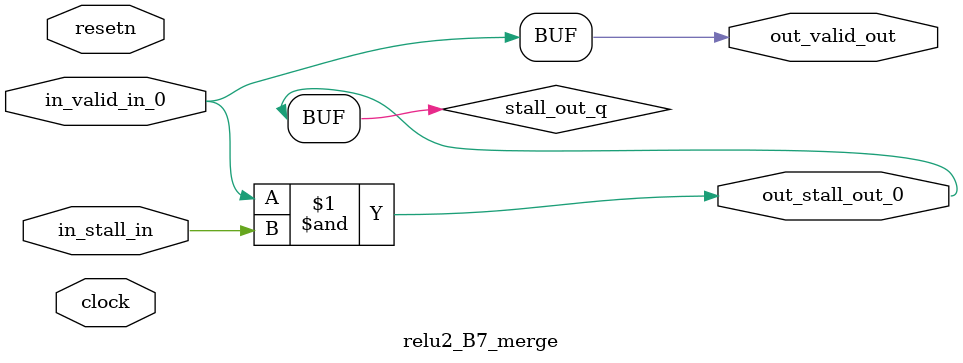
<source format=sv>



(* altera_attribute = "-name AUTO_SHIFT_REGISTER_RECOGNITION OFF; -name MESSAGE_DISABLE 10036; -name MESSAGE_DISABLE 10037; -name MESSAGE_DISABLE 14130; -name MESSAGE_DISABLE 14320; -name MESSAGE_DISABLE 15400; -name MESSAGE_DISABLE 14130; -name MESSAGE_DISABLE 10036; -name MESSAGE_DISABLE 12020; -name MESSAGE_DISABLE 12030; -name MESSAGE_DISABLE 12010; -name MESSAGE_DISABLE 12110; -name MESSAGE_DISABLE 14320; -name MESSAGE_DISABLE 13410; -name MESSAGE_DISABLE 113007; -name MESSAGE_DISABLE 10958" *)
module relu2_B7_merge (
    input wire [0:0] in_stall_in,
    input wire [0:0] in_valid_in_0,
    output wire [0:0] out_stall_out_0,
    output wire [0:0] out_valid_out,
    input wire clock,
    input wire resetn
    );

    wire [0:0] stall_out_q;


    // stall_out(LOGICAL,6)
    assign stall_out_q = in_valid_in_0 & in_stall_in;

    // out_stall_out_0(GPOUT,4)
    assign out_stall_out_0 = stall_out_q;

    // out_valid_out(GPOUT,5)
    assign out_valid_out = in_valid_in_0;

endmodule

</source>
